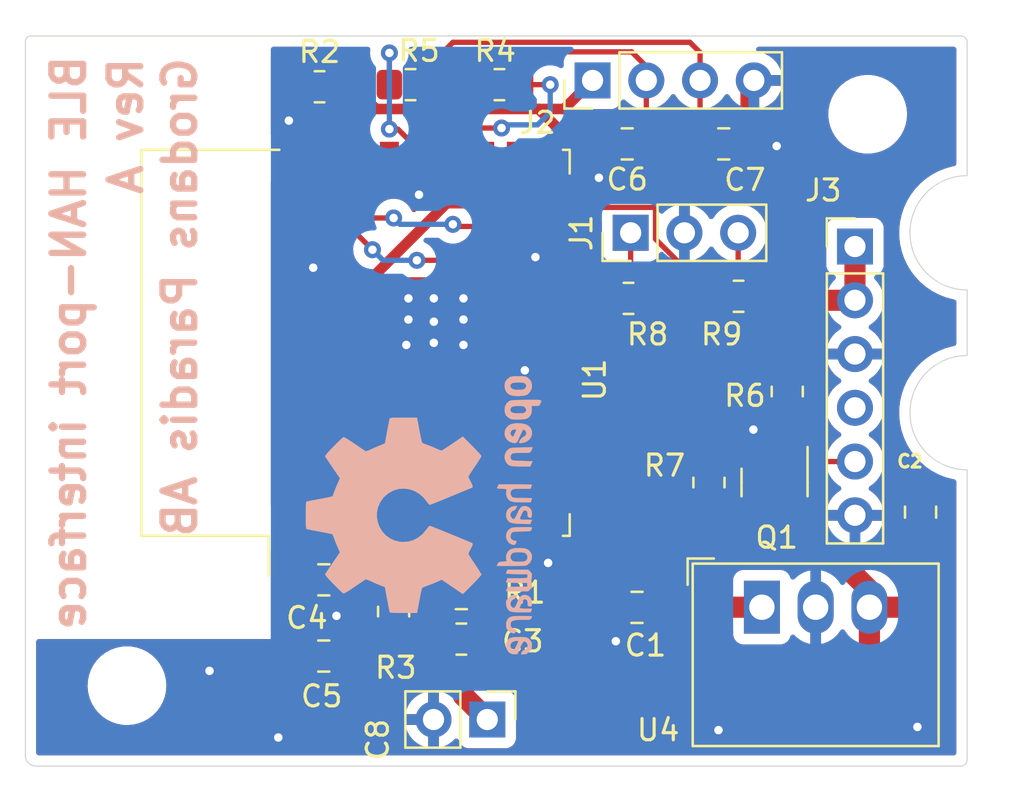
<source format=kicad_pcb>
(kicad_pcb (version 20211014) (generator pcbnew)
  (layers (0 "F.Cu" signal) (31 "B.Cu" signal) (34 "B.Paste" user) (35 "F.Paste" user) (36 "B.SilkS" user "B.Silkscreen") (37 "F.SilkS" user "F.Silkscreen") (38 "B.Mask" user) (39 "F.Mask" user) (44 "Edge.Cuts" user))
  (net 0 "")
  (net 1 "+3V3")
  (net 2 "GND")
  (net 3 "/reset")
  (net 4 "/ledb")
  (net 5 "/leda")
  (net 6 "/USB D-")
  (net 7 "/USB D+")
  (net 8 "Net-(J1-Pad1)")
  (net 9 "Net-(J1-Pad3)")
  (net 18 "/TX")
  (net 19 "Net-(Q1-Pad3)")
  (net 20 "+5V")
  (net 21 "/RXD")
  (net 23 "Net-(R2-Pad2)")
  (net 24 "Net-(R3-Pad2)")
  (net 25 "Net-(R4-Pad1)")
  (net 26 "Net-(R5-Pad1)")
  (footprint "Converter_DCDC:Converter_DCDC_RECOM_R-78B-2.0_THT" (layer "F.Cu") (at 150.0025 111.2925)
    (fp_text reference "U4" (at -4.9025 5.8075) (layer "F.SilkS"))
    (fp_text value "R-78B3.3-1.0 (Recom)" hide)
    (pad "1" thru_hole rect (at 0 0) (size 1.7 2.5) (drill 1.2) (layers *.Cu *.Mask) (net 20 "+5V"))
    (pad "2" thru_hole oval (at 2.54 0) (size 1.7 2.5) (drill 1.2) (layers *.Cu *.Mask) (net 2 "GND"))
    (pad "3" thru_hole oval (at 5.08 0) (size 1.7 2.5) (drill 1.2) (layers *.Cu *.Mask) (net 1 "+3V3"))
  )
  (footprint "Resistor_SMD:R_0805_2012Metric_Pad1.20x1.40mm_HandSolder" (layer "F.Cu") (at 147.5 105.4 90)
    (fp_text reference "R7" (at 0.8 -2.1 180) (layer "F.SilkS"))
    (fp_text value "10k" hide)
    (pad "1" smd roundrect (at -1 0 90) (size 1.2 1.4) (layers "F.Cu" "F.Paste" "F.Mask") (roundrect_rratio 0.2083333333) (net 19 "Net-(Q1-Pad3)"))
    (pad "2" smd roundrect (at 1 0 90) (size 1.2 1.4) (layers "F.Cu" "F.Paste" "F.Mask") (roundrect_rratio 0.2083333333) (net 1 "+3V3"))
  )
  (footprint "Package_TO_SOT_SMD:SOT-23" (layer "F.Cu") (at 150.6 105.4 -90)
    (fp_text reference "Q1" (at 2.6 -0.1 180) (layer "F.SilkS"))
    (fp_text value "BC847" hide)
    (pad "1" smd roundrect (at -0.9375 -0.95 270) (size 1.475 0.6) (layers "F.Cu" "F.Paste" "F.Mask") (net 18 "/TX"))
    (pad "2" smd roundrect (at -0.9375 0.95 270) (size 1.475 0.6) (layers "F.Cu" "F.Paste" "F.Mask") (net 2 "GND"))
    (pad "3" smd roundrect (at 0.9375 0 270) (size 1.475 0.6) (layers "F.Cu" "F.Paste" "F.Mask") (net 19 "Net-(Q1-Pad3)"))
  )
  (footprint "Resistor_SMD:R_0805_2012Metric_Pad1.20x1.40mm_HandSolder" (layer "F.Cu") (at 137.6 86.6 180)
    (fp_text reference "R4" (at 0.2 1.6) (layer "F.SilkS"))
    (fp_text value "27R" hide)
    (pad "1" smd roundrect (at -1 0 180) (size 1.2 1.4) (layers "F.Cu" "F.Paste" "F.Mask") (roundrect_rratio 0.2083333333) (net 25 "Net-(R4-Pad1)"))
    (pad "2" smd roundrect (at 1 0 180) (size 1.2 1.4) (layers "F.Cu" "F.Paste" "F.Mask") (roundrect_rratio 0.2083333333) (net 6 "/USB D-"))
  )
  (footprint "Connector_PinHeader_2.54mm:PinHeader_1x06_P2.54mm_Vertical" (layer "F.Cu") (at 154.4 94.25)
    (fp_text reference "J3" (at -1.5 -2.65) (layer "F.SilkS"))
    (fp_text value "Conn_01x06" hide)
    (pad "1" thru_hole rect (at 0 0) (size 1.7 1.7) (drill 1) (layers *.Cu *.Mask) (net 20 "+5V"))
    (pad "2" thru_hole oval (at 0 2.54) (size 1.7 1.7) (drill 1) (layers *.Cu *.Mask) (net 20 "+5V"))
    (pad "3" thru_hole oval (at 0 5.08) (size 1.7 1.7) (drill 1) (layers *.Cu *.Mask) (net 2 "GND"))
    (pad "4" thru_hole oval (at 0 7.62) (size 1.7 1.7) (drill 1) (layers *.Cu *.Mask))
    (pad "5" thru_hole oval (at 0 10.16) (size 1.7 1.7) (drill 1) (layers *.Cu *.Mask) (net 18 "/TX"))
    (pad "6" thru_hole oval (at 0 12.7) (size 1.7 1.7) (drill 1) (layers *.Cu *.Mask) (net 2 "GND"))
  )
  (footprint "Connector_PinHeader_2.54mm:PinHeader_1x04_P2.54mm_Vertical" (layer "F.Cu") (at 142 86.4 90)
    (fp_text reference "J2" (at -2 -2.6 180) (layer "F.SilkS"))
    (fp_text value "Conn_01x04" hide)
    (pad "1" thru_hole rect (at 0 0 90) (size 1.7 1.7) (drill 1) (layers *.Cu *.Mask) (net 1 "+3V3"))
    (pad "2" thru_hole oval (at 0 2.54 90) (size 1.7 1.7) (drill 1) (layers *.Cu *.Mask) (net 6 "/USB D-"))
    (pad "3" thru_hole oval (at 0 5.08 90) (size 1.7 1.7) (drill 1) (layers *.Cu *.Mask) (net 7 "/USB D+"))
    (pad "4" thru_hole oval (at 0 7.62 90) (size 1.7 1.7) (drill 1) (layers *.Cu *.Mask) (net 2 "GND"))
  )
  (footprint "Capacitor_SMD:C_0805_2012Metric_Pad1.18x1.45mm_HandSolder" (layer "F.Cu") (at 157.5 106.8 90)
    (fp_text reference "C2" (at 2.4 -0.5 180) (layer "F.SilkS") (effects (font (size 0.6 0.6))))
    (fp_text value "1uF" hide)
    (pad "1" smd roundrect (at -1.0375 0 90) (size 1.175 1.45) (layers "F.Cu" "F.Paste" "F.Mask") (roundrect_rratio 0.2127659574) (net 1 "+3V3"))
    (pad "2" smd roundrect (at 1.0375 0 90) (size 1.175 1.45) (layers "F.Cu" "F.Paste" "F.Mask") (roundrect_rratio 0.2127659574) (net 2 "GND"))
  )
  (footprint "Resistor_SMD:R_0805_2012Metric" (layer "F.Cu") (at 143.7 96.7)
    (fp_text reference "R8" (at 0.9 1.7) (layer "F.SilkS"))
    (fp_text value "470" hide)
    (pad "1" smd roundrect (at -0.9125 0) (size 1.025 1.4) (layers "F.Cu" "F.Paste" "F.Mask") (roundrect_rratio 0.243902439) (net 5 "/leda"))
    (pad "2" smd roundrect (at 0.9125 0) (size 1.025 1.4) (layers "F.Cu" "F.Paste" "F.Mask") (roundrect_rratio 0.243902439) (net 8 "Net-(J1-Pad1)"))
  )
  (footprint "Capacitor_SMD:C_0805_2012Metric_Pad1.18x1.45mm_HandSolder" (layer "F.Cu") (at 143.6375 89.4 180)
    (fp_text reference "C6" (at 0 -1.68) (layer "F.SilkS"))
    (fp_text value "0.1uF" hide)
    (pad "1" smd roundrect (at -1.0375 0 180) (size 1.175 1.45) (layers "F.Cu" "F.Paste" "F.Mask") (roundrect_rratio 0.2127659574) (net 6 "/USB D-"))
    (pad "2" smd roundrect (at 1.0375 0 180) (size 1.175 1.45) (layers "F.Cu" "F.Paste" "F.Mask") (roundrect_rratio 0.2127659574) (net 2 "GND"))
  )
  (footprint "Capacitor_SMD:C_0805_2012Metric_Pad1.18x1.45mm_HandSolder" (layer "F.Cu") (at 135.8 110.65)
    (fp_text reference "C3" (at 2.9 2.25) (layer "F.SilkS"))
    (fp_text value "1uF" hide)
    (pad "1" smd roundrect (at -1.0375 0) (size 1.175 1.45) (layers "F.Cu" "F.Paste" "F.Mask") (roundrect_rratio 0.2127659574) (net 3 "/reset"))
    (pad "2" smd roundrect (at 1.0375 0) (size 1.175 1.45) (layers "F.Cu" "F.Paste" "F.Mask") (roundrect_rratio 0.2127659574) (net 2 "GND"))
  )
  (footprint "Resistor_SMD:R_0805_2012Metric_Pad1.20x1.40mm_HandSolder" (layer "F.Cu") (at 132.6 111.5 90)
    (fp_text reference "R3" (at -2.65 0.1 180) (layer "F.SilkS"))
    (fp_text value "10K" hide)
    (pad "1" smd roundrect (at -1 0 90) (size 1.2 1.4) (layers "F.Cu" "F.Paste" "F.Mask") (roundrect_rratio 0.2083333333) (net 1 "+3V3"))
    (pad "2" smd roundrect (at 1 0 90) (size 1.2 1.4) (layers "F.Cu" "F.Paste" "F.Mask") (roundrect_rratio 0.2083333333) (net 24 "Net-(R3-Pad2)"))
  )
  (footprint "MountingHole:MountingHole_2.7mm_M2.5" (layer "F.Cu") (at 155 88)
    (fp_text reference "H2" hide)
    (fp_text value "MountingHole" hide)
    (pad "" np_thru_hole circle (at 0 0) (size 2.7 2.7) (drill 2.7) (layers *.Cu *.Mask))
  )
  (footprint "Capacitor_SMD:C_0805_2012Metric_Pad1.18x1.45mm_HandSolder" (layer "F.Cu") (at 148.2 89.4)
    (fp_text reference "C7" (at 1 1.7) (layer "F.SilkS"))
    (fp_text value "0.1uF" hide)
    (pad "1" smd roundrect (at -1.0375 0) (size 1.175 1.45) (layers "F.Cu" "F.Paste" "F.Mask") (roundrect_rratio 0.2127659574) (net 7 "/USB D+"))
    (pad "2" smd roundrect (at 1.0375 0) (size 1.175 1.45) (layers "F.Cu" "F.Paste" "F.Mask") (roundrect_rratio 0.2127659574) (net 2 "GND"))
  )
  (footprint "RF_Module:ESP-WROOM-02" (layer "F.Cu") (at 133.9 98.8 90)
    (fp_text reference "U1" (at -1.75 8.2 270) (layer "F.SilkS"))
    (fp_text value "ESP32-C3-WROOM-02-N4" hide)
    (pad "1" smd rect (at -8.75 -6 90) (size 1.5 0.9) (layers "F.Cu" "F.Paste" "F.Mask") (net 1 "+3V3"))
    (pad "2" smd rect (at -8.75 -4.5 90) (size 1.5 0.9) (layers "F.Cu" "F.Paste" "F.Mask") (net 3 "/reset"))
    (pad "3" smd rect (at -8.75 -3 90) (size 1.5 0.9) (layers "F.Cu" "F.Paste" "F.Mask"))
    (pad "4" smd rect (at -8.75 -1.5 90) (size 1.5 0.9) (layers "F.Cu" "F.Paste" "F.Mask"))
    (pad "5" smd rect (at -8.75 0 90) (size 1.5 0.9) (layers "F.Cu" "F.Paste" "F.Mask"))
    (pad "6" smd rect (at -8.75 1.5 90) (size 1.5 0.9) (layers "F.Cu" "F.Paste" "F.Mask"))
    (pad "7" smd rect (at -8.75 3 90) (size 1.5 0.9) (layers "F.Cu" "F.Paste" "F.Mask") (net 24 "Net-(R3-Pad2)"))
    (pad "8" smd rect (at -8.75 4.5 90) (size 1.5 0.9) (layers "F.Cu" "F.Paste" "F.Mask"))
    (pad "9" smd rect (at -8.75 6 90) (size 1.5 0.9) (layers "F.Cu" "F.Paste" "F.Mask") (net 2 "GND"))
    (pad "10" smd rect (at 8.75 6 90) (size 1.5 0.9) (layers "F.Cu" "F.Paste" "F.Mask"))
    (pad "11" smd rect (at 8.75 4.5 90) (size 1.5 0.9) (layers "F.Cu" "F.Paste" "F.Mask") (net 21 "/RXD"))
    (pad "12" smd rect (at 8.75 3 90) (size 1.5 0.9) (layers "F.Cu" "F.Paste" "F.Mask"))
    (pad "13" smd rect (at 8.75 1.5 90) (size 1.5 0.9) (layers "F.Cu" "F.Paste" "F.Mask") (net 25 "Net-(R4-Pad1)"))
    (pad "14" smd rect (at 8.75 0 90) (size 1.5 0.9) (layers "F.Cu" "F.Paste" "F.Mask") (net 26 "Net-(R5-Pad1)"))
    (pad "15" smd rect (at 8.75 -1.5 90) (size 1.5 0.9) (layers "F.Cu" "F.Paste" "F.Mask"))
    (pad "16" smd rect (at 8.75 -3 90) (size 1.5 0.9) (layers "F.Cu" "F.Paste" "F.Mask") (net 23 "Net-(R2-Pad2)"))
    (pad "17" smd rect (at 8.75 -4.5 90) (size 1.5 0.9) (layers "F.Cu" "F.Paste" "F.Mask") (net 4 "/ledb"))
    (pad "18" smd rect (at 8.75 -6 90) (size 1.5 0.9) (layers "F.Cu" "F.Paste" "F.Mask") (net 5 "/leda"))
    (pad "19" smd rect (at 1.1 0.61 90) (size 4 4) (layers "F.Cu" "F.Paste" "F.Mask") (net 2 "GND"))
    (zone (net 0) (net_name "") (layers *.Cu) (connect_pads (clearance 0)) (min_thickness 0.254)
      (keepout (tracks not_allowed) (vias not_allowed) (pads not_allowed) (copperpour not_allowed) (footprints not_allowed))
      (fill (thermal_gap 0.508) (thermal_bridge_width 0.508))
      (polygon (pts (xy 126.8 112.8) (xy 126.8 84.8) (xy 115.8 84.8) (xy 115.8 112.8)))
    )
  )
  (footprint "Capacitor_SMD:C_0805_2012Metric_Pad1.18x1.45mm_HandSolder" (layer "F.Cu") (at 144.1 111.3 180)
    (fp_text reference "C1" (at -0.4 -1.8) (layer "F.SilkS"))
    (fp_text value "10uF" hide)
    (pad "1" smd roundrect (at -1.0375 0 180) (size 1.175 1.45) (layers "F.Cu" "F.Paste" "F.Mask") (roundrect_rratio 0.2127659574) (net 20 "+5V"))
    (pad "2" smd roundrect (at 1.0375 0 180) (size 1.175 1.45) (layers "F.Cu" "F.Paste" "F.Mask") (roundrect_rratio 0.2127659574) (net 2 "GND"))
  )
  (footprint "Resistor_SMD:R_0805_2012Metric_Pad1.20x1.40mm_HandSolder" (layer "F.Cu") (at 133.4 86.6)
    (fp_text reference "R5" (at 0.4 -1.6) (layer "F.SilkS"))
    (fp_text value "27R" hide)
    (pad "1" smd roundrect (at -1 0) (size 1.2 1.4) (layers "F.Cu" "F.Paste" "F.Mask") (roundrect_rratio 0.2083333333) (net 26 "Net-(R5-Pad1)"))
    (pad "2" smd roundrect (at 1 0) (size 1.2 1.4) (layers "F.Cu" "F.Paste" "F.Mask") (roundrect_rratio 0.2083333333) (net 7 "/USB D+"))
  )
  (footprint "Capacitor_SMD:C_0805_2012Metric_Pad1.18x1.45mm_HandSolder" (layer "F.Cu") (at 129.3 113.6)
    (fp_text reference "C5" (at -0.1 1.9) (layer "F.SilkS"))
    (fp_text value "10uF" hide)
    (pad "1" smd roundrect (at -1.0375 0) (size 1.175 1.45) (layers "F.Cu" "F.Paste" "F.Mask") (roundrect_rratio 0.2127659574) (net 1 "+3V3"))
    (pad "2" smd roundrect (at 1.0375 0) (size 1.175 1.45) (layers "F.Cu" "F.Paste" "F.Mask") (roundrect_rratio 0.2127659574) (net 2 "GND"))
  )
  (footprint "Capacitor_SMD:C_0805_2012Metric_Pad1.18x1.45mm_HandSolder" (layer "F.Cu") (at 129.3 110)
    (fp_text reference "C4" (at -0.8 1.8) (layer "F.SilkS"))
    (fp_text value "0.1uF" hide)
    (pad "1" smd roundrect (at -1.0375 0) (size 1.175 1.45) (layers "F.Cu" "F.Paste" "F.Mask") (roundrect_rratio 0.2127659574) (net 1 "+3V3"))
    (pad "2" smd roundrect (at 1.0375 0) (size 1.175 1.45) (layers "F.Cu" "F.Paste" "F.Mask") (roundrect_rratio 0.2127659574) (net 2 "GND"))
  )
  (footprint "MountingHole:MountingHole_2.7mm_M2.5" (layer "F.Cu") (at 120 115)
    (fp_text reference "H1" hide)
    (fp_text value "MountingHole" hide)
    (pad "" np_thru_hole circle (at 0 0) (size 2.7 2.7) (drill 2.7) (layers *.Cu *.Mask))
  )
  (footprint "Connector_PinHeader_2.54mm:PinHeader_1x03_P2.54mm_Vertical" (layer "F.Cu") (at 143.8 93.6 90)
    (fp_text reference "J1" (at 0 -2.33 90) (layer "F.SilkS"))
    (fp_text value "Conn_01x03" hide)
    (pad "1" thru_hole rect (at 0 0 90) (size 1.7 1.7) (drill 1) (layers *.Cu *.Mask) (net 8 "Net-(J1-Pad1)"))
    (pad "2" thru_hole oval (at 0 2.54 90) (size 1.7 1.7) (drill 1) (layers *.Cu *.Mask) (net 2 "GND"))
    (pad "3" thru_hole oval (at 0 5.08 90) (size 1.7 1.7) (drill 1) (layers *.Cu *.Mask) (net 9 "Net-(J1-Pad3)"))
  )
  (footprint "Resistor_SMD:R_0805_2012Metric" (layer "F.Cu") (at 129.1 86.7)
    (fp_text reference "R2" (at 0 -1.65) (layer "F.SilkS"))
    (fp_text value "10K" hide)
    (pad "1" smd roundrect (at -0.9125 0) (size 1.025 1.4) (layers "F.Cu" "F.Paste" "F.Mask") (roundrect_rratio 0.243902439) (net 1 "+3V3"))
    (pad "2" smd roundrect (at 0.9125 0) (size 1.025 1.4) (layers "F.Cu" "F.Paste" "F.Mask") (roundrect_rratio 0.243902439) (net 23 "Net-(R2-Pad2)"))
  )
  (footprint "Connector_PinHeader_2.54mm:PinHeader_1x02_P2.54mm_Vertical" (layer "F.Cu") (at 137.025 116.6 -90)
    (fp_text reference "C8" (at 0.95 5.175 -270) (layer "F.SilkS"))
    (fp_text value "C_Polarized" hide)
    (pad "1" thru_hole rect (at 0 0 270) (size 1.7 1.7) (drill 1) (layers *.Cu *.Mask) (net 1 "+3V3"))
    (pad "2" thru_hole oval (at 0 2.54 270) (size 1.7 1.7) (drill 1) (layers *.Cu *.Mask) (net 2 "GND"))
  )
  (footprint "Resistor_SMD:R_0805_2012Metric_Pad1.20x1.40mm_HandSolder" (layer "F.Cu") (at 151.2 101.1 90)
    (fp_text reference "R6" (at -0.2 -2 180) (layer "F.SilkS"))
    (fp_text value "4k7" hide)
    (pad "1" smd roundrect (at -1 0 90) (size 1.2 1.4) (layers "F.Cu" "F.Paste" "F.Mask") (roundrect_rratio 0.2083333333) (net 18 "/TX"))
    (pad "2" smd roundrect (at 1 0 90) (size 1.2 1.4) (layers "F.Cu" "F.Paste" "F.Mask") (roundrect_rratio 0.2083333333) (net 20 "+5V"))
  )
  (footprint "Resistor_SMD:R_0805_2012Metric_Pad1.20x1.40mm_HandSolder" (layer "F.Cu") (at 135.8 112.8)
    (fp_text reference "R1" (at 3 -2.2) (layer "F.SilkS"))
    (fp_text value "10K" hide)
    (pad "1" smd roundrect (at -1 0) (size 1.2 1.4) (layers "F.Cu" "F.Paste" "F.Mask") (roundrect_rratio 0.2083333333) (net 1 "+3V3"))
    (pad "2" smd roundrect (at 1 0) (size 1.2 1.4) (layers "F.Cu" "F.Paste" "F.Mask") (roundrect_rratio 0.2083333333) (net 3 "/reset"))
  )
  (footprint "Resistor_SMD:R_0805_2012Metric" (layer "F.Cu") (at 148.9 96.6 180)
    (fp_text reference "R9" (at 0.8 -1.8) (layer "F.SilkS"))
    (fp_text value "470" hide)
    (pad "1" smd roundrect (at -0.9125 0 180) (size 1.025 1.4) (layers "F.Cu" "F.Paste" "F.Mask") (roundrect_rratio 0.243902439) (net 9 "Net-(J1-Pad3)"))
    (pad "2" smd roundrect (at 0.9125 0 180) (size 1.025 1.4) (layers "F.Cu" "F.Paste" "F.Mask") (roundrect_rratio 0.243902439) (net 4 "/ledb"))
  )
  (footprint "Symbol:OSHW-Logo2_14.6x12mm_SilkScreen" (layer "B.Cu") (at 134 106.95 -90)
    (fp_text reference "REF**" hide)
    (fp_text value "OSHW-Logo2_14.6x12mm_SilkScreen" hide)
  )
  (gr_arc (start 159.7 118.5) (mid 159.612132 118.712132) (end 159.4 118.8) (layer "Edge.Cuts") (width 0.05))
  (gr_arc (start 159.7 96.3) (mid 157 93.6) (end 159.7 90.9) (layer "Edge.Cuts") (width 0.05))
  (gr_arc (start 159.4 84.3) (mid 159.612132 84.387868) (end 159.7 84.6) (layer "Edge.Cuts") (width 0.05))
  (gr_line (start 115.7 118.8) (end 159.4 118.8) (layer "Edge.Cuts") (width 0.05))
  (gr_arc (start 115.2 84.55) (mid 115.273223 84.373223) (end 115.45 84.3) (layer "Edge.Cuts") (width 0.05))
  (gr_arc (start 159.7 104.8) (mid 157 102.1) (end 159.7 99.4) (layer "Edge.Cuts") (width 0.05))
  (gr_line (start 159.7 118.5) (end 159.7 104.8) (layer "Edge.Cuts") (width 0.05))
  (gr_line (start 159.7 99.4) (end 159.7 96.3) (layer "Edge.Cuts") (width 0.05))
  (gr_line (start 159.7 90.9) (end 159.7 84.6) (layer "Edge.Cuts") (width 0.05))
  (gr_line (start 159.4 84.3) (end 115.45 84.3) (layer "Edge.Cuts") (width 0.05))
  (gr_arc (start 115.7 118.8) (mid 115.346447 118.653553) (end 115.2 118.3) (layer "Edge.Cuts") (width 0.05))
  (gr_line (start 115.2 84.55) (end 115.2 118.3) (layer "Edge.Cuts") (width 0.05))
  (gr_text "BLE HAN-port interface" (at 117.25 98.8 90) (layer "B.SilkS") (effects (font (size 1.5 1.5) (thickness 0.3)) (justify mirror)))
  (gr_text "Grodans Paradis AB" (at 122.5 96.65 90) (layer "B.SilkS") (effects (font (size 1.5 1.5) (thickness 0.3)) (justify mirror)))
  (gr_text "Rev A" (at 119.95 88.55 90) (layer "B.SilkS") (effects (font (size 1.5 1.5) (thickness 0.3)) (justify mirror)))
  (segment (start 153.05 108.45) (end 145.5 108.45) (width 1) (layer "F.Cu") (net 1))
  (segment (start 140.5 92.2) (end 141 91.7) (width 0.5) (layer "F.Cu") (net 1))
  (segment (start 141 89.3) (end 139.45 87.75) (width 0.5) (layer "F.Cu") (net 1))
  (segment (start 128.2625 113.6) (end 128.2625 115.2625) (width 1) (layer "F.Cu") (net 1))
  (segment (start 128.2625 110) (end 128.2625 109.3625) (width 0.5) (layer "F.Cu") (net 1))
  (segment (start 157.5 110.6) (end 157.5 107.8375) (width 1) (layer "F.Cu") (net 1))
  (segment (start 132.6 112.5) (end 134.5 112.5) (width 1) (layer "F.Cu") (net 1))
  (segment (start 128.7 115.7) (end 131.8 115.7) (width 1) (layer "F.Cu") (net 1))
  (segment (start 154 114.4) (end 155.0825 113.3175) (width 1) (layer "F.Cu") (net 1))
  (segment (start 134.5 112.5) (end 134.8 112.8) (width 1) (layer "F.Cu") (net 1))
  (segment (start 134.8 113.3) (end 135.9 114.4) (width 1) (layer "F.Cu") (net 1))
  (segment (start 135.9 114.4) (end 154 114.4) (width 1) (layer "F.Cu") (net 1))
  (segment (start 135.11 92.2) (end 140.5 92.2) (width 0.5) (layer "F.Cu") (net 1))
  (segment (start 155.0825 113.3175) (end 155.0825 111.2925) (width 1) (layer "F.Cu") (net 1))
  (segment (start 155.0825 111.2925) (end 155.0825 110.4825) (width 1) (layer "F.Cu") (net 1))
  (segment (start 139.45 87.75) (end 131.760051 87.75) (width 0.5) (layer "F.Cu") (net 1))
  (segment (start 127.9 107.55) (end 127.9 99.41) (width 0.5) (layer "F.Cu") (net 1))
  (segment (start 140.65 87.75) (end 142 86.4) (width 0.5) (layer "F.Cu") (net 1))
  (segment (start 129.5875 85.3) (end 128.1875 86.7) (width 0.5) (layer "F.Cu") (net 1))
  (segment (start 127.9 109) (end 127.9 107.55) (width 0.5) (layer "F.Cu") (net 1))
  (segment (start 146.15 104.4) (end 147.5 104.4) (width 1) (layer "F.Cu") (net 1))
  (segment (start 131 85.6) (end 130.7 85.3) (width 0.5) (layer "F.Cu") (net 1))
  (segment (start 131 86.989949) (end 131 85.6) (width 0.5) (layer "F.Cu") (net 1))
  (segment (start 145.3 105.25) (end 146.15 104.4) (width 1) (layer "F.Cu") (net 1))
  (segment (start 156.8075 111.2925) (end 157.5 110.6) (width 1) (layer "F.Cu") (net 1))
  (segment (start 130.7 85.3) (end 129.5875 85.3) (width 0.5) (layer "F.Cu") (net 1))
  (segment (start 128.2625 110) (end 128.2625 113.6) (width 1) (layer "F.Cu") (net 1))
  (segment (start 131.8 115.7) (end 132.6 114.9) (width 1) (layer "F.Cu") (net 1))
  (segment (start 139.45 87.75) (end 140.65 87.75) (width 0.5) (layer "F.Cu") (net 1))
  (segment (start 127.9 99.41) (end 135.11 92.2) (width 0.5) (layer "F.Cu") (net 1))
  (segment (start 155.0825 110.4825) (end 153.05 108.45) (width 1) (layer "F.Cu") (net 1))
  (segment (start 145.5 108.45) (end 145.3 108.25) (width 1) (layer "F.Cu") (net 1))
  (segment (start 134.8 112.8) (end 134.8 113.3) (width 0.5) (layer "F.Cu") (net 1))
  (segment (start 132.6 114.9) (end 132.6 112.5) (width 1) (layer "F.Cu") (net 1))
  (segment (start 128.2625 115.2625) (end 128.7 115.7) (width 1) (layer "F.Cu") (net 1))
  (segment (start 145.3 108.25) (end 145.3 105.25) (width 1) (layer "F.Cu") (net 1))
  (segment (start 141 91.7) (end 141 89.3) (width 0.5) (layer "F.Cu") (net 1))
  (segment (start 131.760051 87.75) (end 131 86.989949) (width 0.5) (layer "F.Cu") (net 1))
  (segment (start 128.2625 109.3625) (end 127.9 109) (width 0.5) (layer "F.Cu") (net 1))
  (segment (start 135.9 114.4) (end 135.9 115.475) (width 1) (layer "F.Cu") (net 1))
  (segment (start 155.0825 111.2925) (end 156.8075 111.2925) (width 1) (layer "F.Cu") (net 1))
  (segment (start 135.9 115.475) (end 137.025 116.6) (width 1) (layer "F.Cu") (net 1))
  (segment (start 149.3375 89.5) (end 149.2375 89.4) (width 0.5) (layer "F.Cu") (net 2))
  (segment (start 149.2375 86.7825) (end 149.62 86.4) (width 0.5) (layer "F.Cu") (net 2))
  (segment (start 143.0625 112.8625) (end 143.1 112.9) (width 0.5) (layer "F.Cu") (net 2))
  (segment (start 130.3375 110) (end 129.85 110.4875) (width 0.5) (layer "F.Cu") (net 2))
  (segment (start 149.6 102.9) (end 149.6 104.4125) (width 0.5) (layer "F.Cu") (net 2))
  (segment (start 154.4 106.95) (end 156.3125 106.95) (width 0.5) (layer "F.Cu") (net 2))
  (segment (start 139.9 109.2) (end 139.9 107.55) (width 0.5) (layer "F.Cu") (net 2))
  (segment (start 156.3125 106.95) (end 157.5 105.7625) (width 0.5) (layer "F.Cu") (net 2))
  (segment (start 143.0625 111.3) (end 143.0625 112.8625) (width 0.5) (layer "F.Cu") (net 2))
  (segment (start 129.85 110.4875) (end 129.85 113.1125) (width 0.5) (layer "F.Cu") (net 2))
  (segment (start 129.85 113.1125) (end 130.3375 113.6) (width 0.5) (layer "F.Cu") (net 2))
  (segment (start 142.6 89.4) (end 142.6 90.7) (width 0.5) (layer "F.Cu") (net 2))
  (segment (start 149.2375 89.4) (end 149.2375 86.7825) (width 0.5) (layer "F.Cu") (net 2))
  (segment (start 149.6 104.4125) (end 149.65 104.4625) (width 0.5) (layer "F.Cu") (net 2))
  (segment (start 150.7 89.5) (end 149.3375 89.5) (width 0.5) (layer "F.Cu") (net 2))
  (segment (start 142.6 90.7) (end 142.3 91) (width 0.5) (layer "F.Cu") (net 2))
  (segment (start 136.8375 110.65) (end 138.45 110.65) (width 0.5) (layer "F.Cu") (net 2))
  (segment (start 138.45 110.65) (end 139.9 109.2) (width 0.5) (layer "F.Cu") (net 2))
  (via (at 133.8 91.8) (size 0.8) (drill 0.4) (layers "F.Cu" "B.Cu") (net 2))
  (via (at 149.6 102.9) (size 0.8) (drill 0.4) (layers "F.Cu" "B.Cu") (net 2))
  (via (at 150.7 89.5) (size 0.8) (drill 0.4) (layers "F.Cu" "B.Cu") (net 2))
  (via (at 133.3 96.7) (size 0.8) (drill 0.4) (layers "F.Cu" "B.Cu") (net 2))
  (via (at 139.3 94.75) (size 0.8) (drill 0.4) (layers "F.Cu" "B.Cu") (net 2))
  (via (at 133.3 97.7) (size 0.8) (drill 0.4) (layers "F.Cu" "B.Cu") (net 2))
  (via (at 127.65 88.3) (size 0.8) (drill 0.4) (layers "F.Cu" "B.Cu") (net 2))
  (via (at 138.8 100.1) (size 0.8) (drill 0.4) (layers "F.Cu" "B.Cu") (net 2))
  (via (at 129.9 111.7) (size 0.8) (drill 0.4) (layers "F.Cu" "B.Cu") (net 2))
  (via (at 157.35 116.95) (size 0.8) (drill 0.4) (layers "F.Cu" "B.Cu") (net 2))
  (via (at 139.9 109.2) (size 0.8) (drill 0.4) (layers "F.Cu" "B.Cu") (net 2))
  (via (at 127.15 117.45) (size 0.8) (drill 0.4) (layers "F.Cu" "B.Cu") (net 2))
  (via (at 123.9 114.3) (size 0.8) (drill 0.4) (layers "F.Cu" "B.Cu") (net 2))
  (via (at 143.1 112.9) (size 0.8) (drill 0.4) (layers "F.Cu" "B.Cu") (net 2))
  (via (at 135.9 98.9) (size 0.8) (drill 0.4) (layers "F.Cu" "B.Cu") (net 2))
  (via (at 135.9 96.7) (size 0.8) (drill 0.4) (layers "F.Cu" "B.Cu") (net 2))
  (via (at 134.5 97.8) (size 0.8) (drill 0.4) (layers "F.Cu" "B.Cu") (net 2))
  (via (at 147.95 117.1) (size 0.8) (drill 0.4) (layers "F.Cu" "B.Cu") (net 2))
  (via (at 128.8 95.25) (size 0.8) (drill 0.4) (layers "F.Cu" "B.Cu") (net 2))
  (via (at 142.3 91) (size 0.8) (drill 0.4) (layers "F.Cu" "B.Cu") (net 2))
  (via (at 133.2 98.9) (size 0.8) (drill 0.4) (layers "F.Cu" "B.Cu") (net 2))
  (via (at 134.5 98.8) (size 0.8) (drill 0.4) (layers "F.Cu" "B.Cu") (net 2))
  (via (at 135.9 97.7) (size 0.8) (drill 0.4) (layers "F.Cu" "B.Cu") (net 2))
  (via (at 134.5 96.7) (size 0.8) (drill 0.4) (layers "F.Cu" "B.Cu") (net 2))
  (segment (start 131.925 111.575) (end 133.8375 111.575) (width 0.25) (layer "F.Cu") (net 3))
  (segment (start 134.7625 110.65) (end 134.7625 110.7625) (width 0.25) (layer "F.Cu") (net 3))
  (segment (start 131.456587 109.493413) (end 131.456587 111.106587) (width 0.25) (layer "F.Cu") (net 3))
  (segment (start 130.863173 108.9) (end 131.456587 109.493413) (width 0.25) (layer "F.Cu") (net 3))
  (segment (start 130.863173 108.9) (end 129.8 108.9) (width 0.25) (layer "F.Cu") (net 3))
  (segment (start 129.4 108.5) (end 129.8 108.9) (width 0.25) (layer "F.Cu") (net 3))
  (segment (start 134.7625 110.7625) (end 136.8 112.8) (width 0.25) (layer "F.Cu") (net 3))
  (segment (start 129.4 107.55) (end 129.4 108.5) (width 0.25) (layer "F.Cu") (net 3))
  (segment (start 131.456587 111.106587) (end 131.925 111.575) (width 0.25) (layer "F.Cu") (net 3))
  (segment (start 134.7625 110.65) (end 133.8375 111.575) (width 0.25) (layer "F.Cu") (net 3))
  (segment (start 135.5 93.3) (end 135.4 93.2) (width 0.25) (layer "F.Cu") (net 4))
  (segment (start 144.975 93.896701) (end 144.975 92.425) (width 0.25) (layer "F.Cu") (net 4))
  (segment (start 142 92.4) (end 141.1 93.3) (width 0.25) (layer "F.Cu") (net 4))
  (segment (start 144.975 92.425) (end 144.95 92.4) (width 0.25) (layer "F.Cu") (net 4))
  (segment (start 142.3 92.4) (end 142 92.4) (width 0.25) (layer "F.Cu") (net 4))
  (segment (start 141.1 93.3) (end 135.5 93.3) (width 0.25) (layer "F.Cu") (net 4))
  (segment (start 144.95 92.4) (end 142.3 92.4) (width 0.25) (layer "F.Cu") (net 4))
  (segment (start 129.4 91.1) (end 129.4 90.05) (width 0.25) (layer "F.Cu") (net 4))
  (segment (start 147.9875 96.6) (end 147.678299 96.6) (width 0.25) (layer "F.Cu") (net 4))
  (segment (start 131.2 92.9) (end 129.4 91.1) (width 0.25) (layer "F.Cu") (net 4))
  (segment (start 147.678299 96.6) (end 144.975 93.896701) (width 0.25) (layer "F.Cu") (net 4))
  (segment (start 132.6 92.9) (end 131.2 92.9) (width 0.25) (layer "F.Cu") (net 4))
  (via (at 132.6 92.9) (size 0.8) (drill 0.4) (layers "F.Cu" "B.Cu") (net 4))
  (via (at 135.4 93.2) (size 0.8) (drill 0.4) (layers "F.Cu" "B.Cu") (net 4))
  (segment (start 135.4 93.2) (end 132.9 93.2) (width 0.25) (layer "B.Cu") (net 4))
  (segment (start 132.9 93.2) (end 132.6 92.9) (width 0.25) (layer "B.Cu") (net 4))
  (segment (start 137.4 95.3) (end 137 94.9) (width 0.25) (layer "F.Cu") (net 5))
  (segment (start 127.9 90.7) (end 127.9 90.05) (width 0.25) (layer "F.Cu") (net 5))
  (segment (start 137 94.9) (end 133.7 94.9) (width 0.25) (layer "F.Cu") (net 5))
  (segment (start 142.7875 96.7) (end 139.5 96.7) (width 0.25) (layer "F.Cu") (net 5))
  (segment (start 139.1 96.7) (end 138.8 96.7) (width 0.25) (layer "F.Cu") (net 5))
  (segment (start 138.8 96.7) (end 137.4 95.3) (width 0.25) (layer "F.Cu") (net 5))
  (segment (start 139.5 96.7) (end 139.1 96.7) (width 0.25) (layer "F.Cu") (net 5))
  (segment (start 131.6 94.4) (end 127.9 90.7) (width 0.25) (layer "F.Cu") (net 5))
  (via (at 131.6 94.4) (size 0.8) (drill 0.4) (layers "F.Cu" "B.Cu") (net 5))
  (via (at 133.7 94.9) (size 0.8) (drill 0.4) (layers "F.Cu" "B.Cu") (net 5))
  (segment (start 132.1 94.9) (end 131.6 94.4) (width 0.25) (layer "B.Cu") (net 5))
  (segment (start 133.7 94.9) (end 132.1 94.9) (width 0.25) (layer "B.Cu") (net 5))
  (segment (start 136.6 86) (end 136.6 86.6) (width 0.25) (layer "F.Cu") (net 6))
  (segment (start 144.54 89.265) (end 144.675 89.4) (width 0.25) (layer "F.Cu") (net 6))
  (segment (start 137.55 85.05) (end 136.6 86) (width 0.25) (layer "F.Cu") (net 6))
  (segment (start 144.54 85.74) (end 143.85 85.05) (width 0.25) (layer "F.Cu") (net 6))
  (segment (start 144.54 86.4) (end 144.54 85.74) (width 0.25) (layer "F.Cu") (net 6))
  (segment (start 144.54 86.4) (end 144.54 89.265) (width 0.25) (layer "F.Cu") (net 6))
  (segment (start 143.85 85.05) (end 137.55 85.05) (width 0.25) (layer "F.Cu") (net 6))
  (segment (start 147.08 86.4) (end 147.08 85.08) (width 0.25) (layer "F.Cu") (net 7))
  (segment (start 147.08 86.4) (end 147.08 89.3175) (width 0.25) (layer "F.Cu") (net 7))
  (segment (start 135.4 84.6) (end 134.4 85.6) (width 0.25) (layer "F.Cu") (net 7))
  (segment (start 147.08 85.08) (end 146.6 84.6) (width 0.25) (layer "F.Cu") (net 7))
  (segment (start 134.4 85.6) (end 134.4 86.6) (width 0.25) (layer "F.Cu") (net 7))
  (segment (start 146.6 84.6) (end 135.4 84.6) (width 0.25) (layer "F.Cu") (net 7))
  (segment (start 147.08 89.3175) (end 147.1625 89.4) (width 0.25) (layer "F.Cu") (net 7))
  (segment (start 143.8 95.8875) (end 143.8 93.6) (width 0.25) (layer "F.Cu") (net 8))
  (segment (start 144.6125 96.7) (end 143.8 95.8875) (width 0.25) (layer "F.Cu") (net 8))
  (segment (start 148.88 95.6675) (end 149.8125 96.6) (width 0.25) (layer "F.Cu") (net 9))
  (segment (start 148.88 93.6) (end 148.88 95.6675) (width 0.25) (layer "F.Cu") (net 9))
  (segment (start 151.55 104.4625) (end 151.6025 104.41) (width 0.25) (layer "F.Cu") (net 18))
  (segment (start 151.55 102.45) (end 151.55 104.4625) (width 0.25) (layer "F.Cu") (net 18))
  (segment (start 151.2 102.1) (end 151.55 102.45) (width 0.25) (layer "F.Cu") (net 18))
  (segment (start 151.6025 104.41) (end 154.4 104.41) (width 0.25) (layer "F.Cu") (net 18))
  (segment (start 147.5625 106.3375) (end 147.5 106.4) (width 0.25) (layer "F.Cu") (net 19))
  (segment (start 150.6 106.3375) (end 147.5625 106.3375) (width 0.25) (layer "F.Cu") (net 19))
  (segment (start 143.6 104.4) (end 147.9 100.1) (width 1) (layer "F.Cu") (net 20))
  (segment (start 147.9 100.1) (end 151.2 100.1) (width 1) (layer "F.Cu") (net 20))
  (segment (start 143.6 109.681497) (end 143.6 104.4) (width 1) (layer "F.Cu") (net 20))
  (segment (start 145.145 111.2925) (end 145.1375 111.3) (width 1) (layer "F.Cu") (net 20))
  (segment (start 145.1375 111.218997) (end 143.6 109.681497) (width 1) (layer "F.Cu") (net 20))
  (segment (start 151.2 97.8) (end 151.2 100.1) (width 1) (layer "F.Cu") (net 20))
  (segment (start 154.4 96.79) (end 152.21 96.79) (width 1) (layer "F.Cu") (net 20))
  (segment (start 152.21 96.79) (end 151.2 97.8) (width 1) (layer "F.Cu") (net 20))
  (segment (start 145.1375 111.3) (end 145.1375 111.218997) (width 1) (layer "F.Cu") (net 20))
  (segment (start 150.0025 111.2925) (end 145.145 111.2925) (width 1) (layer "F.Cu") (net 20))
  (segment (start 154.4 94.25) (end 154.4 96.79) (width 1) (layer "F.Cu") (net 20))
  (segment (start 130.9 90.05) (end 130.9 89.75) (width 0.25) (layer "F.Cu") (net 23))
  (segment (start 130.9 89.75) (end 130.0125 88.8625) (width 0.25) (layer "F.Cu") (net 23))
  (segment (start 130.0125 88.8625) (end 130.0125 86.7) (width 0.25) (layer "F.Cu") (net 23))
  (segment (start 134.1 109) (end 136.7 109) (width 0.25) (layer "F.Cu") (net 24))
  (segment (start 136.9 108.8) (end 136.9 107.55) (width 0.25) (layer "F.Cu") (net 24))
  (segment (start 132.6 110.5) (end 134.1 109) (width 0.25) (layer "F.Cu") (net 24))
  (segment (start 136.7 109) (end 136.9 108.8) (width 0.25) (layer "F.Cu") (net 24))
  (segment (start 138.6 86.6) (end 140 86.6) (width 0.25) (layer "F.Cu") (net 25))
  (segment (start 135.4 89.1) (end 135.4 90.05) (width 0.25) (layer "F.Cu") (net 25))
  (segment (start 135.4 89.1) (end 135.85 88.65) (width 0.25) (layer "F.Cu") (net 25))
  (segment (start 135.85 88.65) (end 137.7 88.65) (width 0.25) (layer "F.Cu") (net 25))
  (via (at 137.7 88.65) (size 0.8) (drill 0.4) (layers "F.Cu" "B.Cu") (net 25))
  (via (at 140 86.6) (size 0.8) (drill 0.4) (layers "F.Cu" "B.Cu") (net 25))
  (segment (start 140 86.6) (end 140 87.9) (width 0.25) (layer "B.Cu") (net 25))
  (segment (start 137.85 88.5) (end 137.7 88.65) (width 0.25) (layer "B.Cu") (net 25))
  (segment (start 140 87.9) (end 139.4 88.5) (width 0.25) (layer "B.Cu") (net 25))
  (segment (start 139.4 88.5) (end 137.85 88.5) (width 0.25) (layer "B.Cu") (net 25))
  (segment (start 132.8 88.7) (end 132.4 88.7) (width 0.25) (layer "F.Cu") (net 26))
  (segment (start 133.9 89.8) (end 132.8 88.7) (width 0.25) (layer "F.Cu") (net 26))
  (segment (start 132.4 85.1) (end 132.4 86.6) (width 0.25) (layer "F.Cu") (net 26))
  (segment (start 133.9 90.05) (end 133.9 89.8) (width 0.25) (layer "F.Cu") (net 26))
  (via (at 132.4 88.7) (size 0.8) (drill 0.4) (layers "F.Cu" "B.Cu") (net 26))
  (via (at 132.4 85.1) (size 0.8) (drill 0.4) (layers "F.Cu" "B.Cu") (net 26))
  (segment (start 132.4 88.7) (end 132.4 85.1) (width 0.25) (layer "B.Cu") (net 26))
  (zone (net 2) (net_name "GND") (layer "F.Cu") (connect_pads (clearance 0.508)) (min_thickness 0.254) (fill yes (thermal_gap 0.508) (thermal_bridge_width 0.508))
    (polygon (pts (xy 162.4 120.6) (xy 114 120.6) (xy 114 83.2) (xy 161.4 82.6)))
  )
  (zone (net 2) (net_name "GND") (layer "B.Cu") (connect_pads (clearance 0.508)) (min_thickness 0.254) (fill yes (thermal_gap 0.508) (thermal_bridge_width 0.508))
    (polygon (pts (xy 160.6 119.8) (xy 114.4 119.8) (xy 114.4 83.8) (xy 160.3 83.4)))
  )
)
</source>
